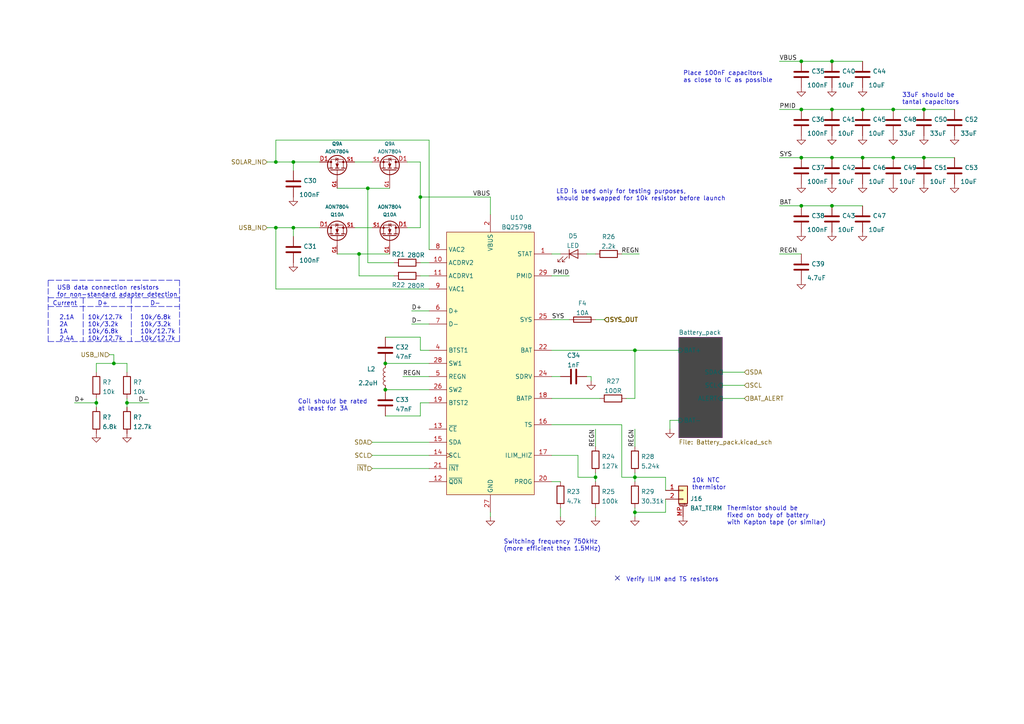
<source format=kicad_sch>
(kicad_sch (version 20210621) (generator eeschema)
  (paper "A4")
  (title_block (title "BUTCube - EPS") (date "2021-06-01") (rev "v1.0") (company "VUT - FIT(STRaDe) & FME(IAE & IPE)") (comment 1 "Author: Petr Malaník"))
  (lib_symbols
    (symbol "Connector_Generic_MountingPin:Conn_01x02_MountingPin" (pin_names (offset 1.016) hide)
      (property "Reference" "J" (at 0 2.54 0))
      (property "Value" "Conn_01x02_MountingPin" (at 1.27 -5.08 0))
      (symbol "Conn_01x02_MountingPin_1_1"
        (text "Mounting" (at 0 -4.191 0) (effects (font (size 0.381 0.381))))
        (rectangle (start -1.27 -2.413) (end 0 -2.667) (stroke (width 0.1524)))
        (rectangle (start -1.27 0.127) (end 0 -0.127) (stroke (width 0.1524)))
        (rectangle (start -1.27 1.27) (end 1.27 -3.81) (stroke (width 0.254)) (fill (type background)))
        (polyline (pts (xy -1.016 -4.572) (xy 1.016 -4.572)) (stroke (width 0.1524)))
        (pin passive line (at -5.08 0 0) (length 3.81) (name "Pin_1") (number "1"))
        (pin passive line (at -5.08 -2.54 0) (length 3.81) (name "Pin_2") (number "2"))
        (pin passive line (at 0 -7.62 90) (length 3.048) (name "MountPin") (number "MP"))
      )
    )
    (symbol "Device:C" (pin_numbers hide) (pin_names (offset 0.254))
      (property "Reference" "C" (at 0.635 2.54 0))
      (property "Value" "C" (at 0.635 -2.54 0))
      (symbol "C_0_1"
        (polyline (pts (xy -2.032 -0.762) (xy 2.032 -0.762)) (stroke (width 0.508)))
        (polyline (pts (xy -2.032 0.762) (xy 2.032 0.762)) (stroke (width 0.508)))
      )
      (symbol "C_1_1"
        (pin passive line (at 0 3.81 270) (length 2.794) (name "~") (number "1"))
        (pin passive line (at 0 -3.81 90) (length 2.794) (name "~") (number "2"))
      )
    )
    (symbol "Device:Fuse" (pin_numbers hide) (pin_names (offset 0))
      (property "Reference" "F" (at 2.032 0 90))
      (property "Value" "Fuse" (at -1.905 0 90))
      (symbol "Fuse_0_1"
        (rectangle (start -0.762 -2.54) (end 0.762 2.54) (stroke (width 0.254)))
        (polyline (pts (xy 0 2.54) (xy 0 -2.54)))
      )
      (symbol "Fuse_1_1"
        (pin passive line (at 0 3.81 270) (length 1.27) (name "~") (number "1"))
        (pin passive line (at 0 -3.81 90) (length 1.27) (name "~") (number "2"))
      )
    )
    (symbol "Device:L" (pin_numbers hide) (pin_names (offset 1.016) hide)
      (property "Reference" "L" (at -1.27 0 90))
      (property "Value" "L" (at 1.905 0 90))
      (symbol "L_0_1"
        (arc (start 0 -2.54) (end 0 -1.27) (radius (at 0 -1.905) (length 0.635) (angles -89.9 89.9)))
        (arc (start 0 -1.27) (end 0 0) (radius (at 0 -0.635) (length 0.635) (angles -89.9 89.9)))
        (arc (start 0 0) (end 0 1.27) (radius (at 0 0.635) (length 0.635) (angles -89.9 89.9)))
        (arc (start 0 1.27) (end 0 2.54) (radius (at 0 1.905) (length 0.635) (angles -89.9 89.9)))
      )
      (symbol "L_1_1"
        (pin passive line (at 0 3.81 270) (length 1.27) (name "1") (number "1"))
        (pin passive line (at 0 -3.81 90) (length 1.27) (name "2") (number "2"))
      )
    )
    (symbol "Device:LED" (pin_numbers hide) (pin_names (offset 1.016) hide)
      (property "Reference" "D" (at 0 2.54 0))
      (property "Value" "LED" (at 0 -2.54 0))
      (symbol "LED_0_1"
        (polyline (pts (xy -1.27 -1.27) (xy -1.27 1.27)) (stroke (width 0.2032)))
        (polyline (pts (xy -1.27 0) (xy 1.27 0)))
        (polyline (pts (xy 1.27 -1.27) (xy 1.27 1.27) (xy -1.27 0) (xy 1.27 -1.27)) (stroke (width 0.2032)))
        (polyline (pts (xy -3.048 -0.762) (xy -4.572 -2.286) (xy -3.81 -2.286) (xy -4.572 -2.286) (xy -4.572 -1.524)))
        (polyline (pts (xy -1.778 -0.762) (xy -3.302 -2.286) (xy -2.54 -2.286) (xy -3.302 -2.286) (xy -3.302 -1.524)))
      )
      (symbol "LED_1_1"
        (pin passive line (at -3.81 0 0) (length 2.54) (name "K") (number "1"))
        (pin passive line (at 3.81 0 180) (length 2.54) (name "A") (number "2"))
      )
    )
    (symbol "Device:R" (pin_numbers hide) (pin_names (offset 0))
      (property "Reference" "R" (at 2.032 0 90))
      (property "Value" "R" (at 0 0 90))
      (symbol "R_0_1"
        (rectangle (start -1.016 -2.54) (end 1.016 2.54) (stroke (width 0.254)))
      )
      (symbol "R_1_1"
        (pin passive line (at 0 3.81 270) (length 1.27) (name "~") (number "1"))
        (pin passive line (at 0 -3.81 90) (length 1.27) (name "~") (number "2"))
      )
    )
    (symbol "TCY_battery_management:BQ25798"
      (property "Reference" "U" (at 0 6.35 0))
      (property "Value" "BQ25798" (at 0 10.16 0))
      (symbol "BQ25798_0_1"
        (rectangle (start -12.7 38.1) (end 12.7 -38.1) (stroke (width 0.1524)) (fill (type background)))
      )
      (symbol "BQ25798_1_1"
        (pin output line (at 17.78 31.75 180) (length 5.08) (name "STAT") (number "1"))
        (pin output line (at -17.78 29.21 0) (length 5.08) (name "ACDRV2") (number "10"))
        (pin output line (at -17.78 25.4 0) (length 5.08) (name "ACDRV1") (number "11"))
        (pin input line (at -17.78 -34.29 0) (length 5.08) (name "~{QON}") (number "12"))
        (pin input line (at -17.78 -19.05 0) (length 5.08) (name "~{CE}") (number "13"))
        (pin input clock (at -17.78 -26.67 0) (length 5.08) (name "SCL") (number "14"))
        (pin bidirectional line (at -17.78 -22.86 0) (length 5.08) (name "SDA") (number "15"))
        (pin input line (at 17.78 -17.78 180) (length 5.08) (name "TS") (number "16"))
        (pin input line (at 17.78 -26.67 180) (length 5.08) (name "ILIM_HIZ") (number "17"))
        (pin power_in line (at 17.78 -10.16 180) (length 5.08) (name "BATP") (number "18"))
        (pin passive line (at -17.78 -11.43 0) (length 5.08) (name "BTST2") (number "19"))
        (pin power_in line (at 0 43.18 270) (length 5.08) (name "VBUS") (number "2"))
        (pin input line (at 17.78 -34.29 180) (length 5.08) (name "PROG") (number "20"))
        (pin output line (at -17.78 -30.48 0) (length 5.08) (name "~{INT}") (number "21"))
        (pin power_in line (at 17.78 3.81 180) (length 5.08) (name "BAT") (number "22"))
        (pin power_in line (at 17.78 3.81 180) (length 5.08) hide (name "BAT") (number "23"))
        (pin output line (at 17.78 -3.81 180) (length 5.08) (name "SDRV") (number "24"))
        (pin power_out line (at 17.78 12.7 180) (length 5.08) (name "SYS") (number "25"))
        (pin passive line (at -17.78 -7.62 0) (length 5.08) (name "SW2") (number "26"))
        (pin passive line (at 0 -43.18 90) (length 5.08) (name "GND") (number "27"))
        (pin passive line (at -17.78 0 0) (length 5.08) (name "SW1") (number "28"))
        (pin power_out line (at 17.78 25.4 180) (length 5.08) (name "PMID") (number "29"))
        (pin power_in line (at 0 43.18 270) (length 5.08) hide (name "VBUS") (number "3"))
        (pin passive line (at -17.78 3.81 0) (length 5.08) (name "BTST1") (number "4"))
        (pin passive line (at -17.78 -3.81 0) (length 5.08) (name "REGN") (number "5"))
        (pin bidirectional line (at -17.78 15.24 0) (length 5.08) (name "D+") (number "6"))
        (pin bidirectional line (at -17.78 11.43 0) (length 5.08) (name "D-") (number "7"))
        (pin power_in line (at -17.78 33.02 0) (length 5.08) (name "VAC2") (number "8"))
        (pin power_in line (at -17.78 21.59 0) (length 5.08) (name "VAC1") (number "9"))
      )
    )
    (symbol "TCY_transistors:AON7804" (pin_names hide)
      (property "Reference" "Q" (at 7.62 1.27 0))
      (property "Value" "AON7804" (at 7.62 -1.27 0))
      (symbol "AON7804_0_1"
        (circle (center 1.651 0) (radius 2.794) (stroke (width 0.254)))
        (circle (center 2.54 -1.778) (radius 0.254) (fill (type outline)))
        (circle (center 2.54 1.778) (radius 0.254) (fill (type outline)))
        (polyline (pts (xy 0.254 0) (xy -2.54 0)))
        (polyline (pts (xy 0.254 1.905) (xy 0.254 -1.905)) (stroke (width 0.254)))
        (polyline (pts (xy 0.762 -1.27) (xy 0.762 -2.286)) (stroke (width 0.254)))
        (polyline (pts (xy 0.762 0.508) (xy 0.762 -0.508)) (stroke (width 0.254)))
        (polyline (pts (xy 0.762 2.286) (xy 0.762 1.27)) (stroke (width 0.254)))
        (polyline (pts (xy 2.54 2.54) (xy 2.54 1.778)))
        (polyline (pts (xy 2.54 2.54) (xy 2.54 1.778)))
        (polyline (pts (xy 2.54 -2.54) (xy 2.54 0) (xy 0.762 0)))
        (polyline (pts (xy 0.762 -1.778) (xy 3.302 -1.778) (xy 3.302 1.778) (xy 0.762 1.778)))
        (polyline (pts (xy 2.794 0.508) (xy 2.921 0.381) (xy 3.683 0.381) (xy 3.81 0.254)))
        (polyline (pts (xy 3.302 0.381) (xy 2.921 -0.254) (xy 3.683 -0.254) (xy 3.302 0.381)))
        (polyline (pts (xy 1.016 0) (xy 2.032 0.381) (xy 2.032 -0.381) (xy 1.016 0)) (fill (type outline)))
      )
      (symbol "AON7804_1_1"
        (pin passive line (at 2.54 5.08 270) (length 2.54) (name "D2") (number "D1"))
        (pin passive line (at 2.54 5.08 270) (length 2.54) hide (name "D2") (number "D1"))
        (pin passive line (at -5.08 0 0) (length 2.54) (name "G1") (number "G1"))
        (pin passive line (at 2.54 -5.08 90) (length 2.54) (name "S") (number "S1"))
      )
      (symbol "AON7804_2_1"
        (pin passive line (at 2.54 5.08 270) (length 2.54) (name "D2") (number "D2"))
        (pin passive line (at 2.54 5.08 270) (length 2.54) hide (name "D2") (number "D2"))
        (pin passive line (at -5.08 0 0) (length 2.54) (name "G2") (number "G2"))
        (pin passive line (at 2.54 -5.08 90) (length 2.54) (name "S2") (number "S2"))
      )
    )
    (symbol "power:GND" (power) (pin_names (offset 0))
      (property "Value" "GND" (at 0 -3.81 0))
      (symbol "GND_0_1"
        (polyline (pts (xy 0 0) (xy 0 -1.27) (xy 1.27 -1.27) (xy 0 -2.54) (xy -1.27 -1.27) (xy 0 -1.27)))
      )
      (symbol "GND_1_1"
        (pin power_in line (at 0 0 270) (length 0) hide (name "GND") (number "1"))
      )
    )
  )
  (junction (at 27.94 116.84) (diameter 0.9144))
  (junction (at 33.02 105.41) (diameter 0.9144))
  (junction (at 36.83 116.84) (diameter 0.9144))
  (junction (at 80.01 46.99) (diameter 0.9144))
  (junction (at 80.01 66.04) (diameter 0.9144))
  (junction (at 85.09 46.99) (diameter 0.9144))
  (junction (at 85.09 66.04) (diameter 0.9144))
  (junction (at 104.14 73.66) (diameter 0.9144))
  (junction (at 106.68 54.61) (diameter 0.9144))
  (junction (at 111.76 105.41) (diameter 0.9144))
  (junction (at 111.76 113.03) (diameter 0.9144))
  (junction (at 121.92 57.15) (diameter 0.9144))
  (junction (at 172.72 138.43) (diameter 0.9144))
  (junction (at 184.15 101.6) (diameter 0.9144))
  (junction (at 184.15 138.43) (diameter 0.9144))
  (junction (at 184.15 148.59) (diameter 0.9144))
  (junction (at 232.41 17.78) (diameter 0.9144))
  (junction (at 232.41 31.75) (diameter 0.9144))
  (junction (at 232.41 45.72) (diameter 0.9144))
  (junction (at 232.41 59.69) (diameter 0.9144))
  (junction (at 241.3 17.78) (diameter 0.9144))
  (junction (at 241.3 31.75) (diameter 0.9144))
  (junction (at 241.3 45.72) (diameter 0.9144))
  (junction (at 241.3 59.69) (diameter 0.9144))
  (junction (at 250.19 31.75) (diameter 0.9144))
  (junction (at 250.19 45.72) (diameter 0.9144))
  (junction (at 259.08 31.75) (diameter 0.9144))
  (junction (at 259.08 45.72) (diameter 0.9144))
  (junction (at 267.97 31.75) (diameter 0.9144))
  (junction (at 267.97 45.72) (diameter 0.9144))
  (no_connect (at 179.07 167.64))
  (wire (pts (xy 21.59 116.84) (xy 27.94 116.84)))
  (wire (pts (xy 27.94 105.41) (xy 27.94 107.95)))
  (wire (pts (xy 27.94 115.57) (xy 27.94 116.84)))
  (wire (pts (xy 27.94 116.84) (xy 27.94 118.11)))
  (wire (pts (xy 31.75 102.87) (xy 33.02 102.87)))
  (wire (pts (xy 33.02 102.87) (xy 33.02 105.41)))
  (wire (pts (xy 33.02 105.41) (xy 27.94 105.41)))
  (wire (pts (xy 33.02 105.41) (xy 36.83 105.41)))
  (wire (pts (xy 36.83 105.41) (xy 36.83 107.95)))
  (wire (pts (xy 36.83 115.57) (xy 36.83 116.84)))
  (wire (pts (xy 36.83 116.84) (xy 36.83 118.11)))
  (wire (pts (xy 36.83 116.84) (xy 43.18 116.84)))
  (wire (pts (xy 77.47 46.99) (xy 80.01 46.99)))
  (wire (pts (xy 77.47 66.04) (xy 80.01 66.04)))
  (wire (pts (xy 80.01 40.64) (xy 80.01 46.99)))
  (wire (pts (xy 80.01 40.64) (xy 124.46 40.64)))
  (wire (pts (xy 80.01 46.99) (xy 85.09 46.99)))
  (wire (pts (xy 80.01 66.04) (xy 80.01 83.82)))
  (wire (pts (xy 80.01 66.04) (xy 85.09 66.04)))
  (wire (pts (xy 85.09 46.99) (xy 85.09 49.53)))
  (wire (pts (xy 85.09 46.99) (xy 92.71 46.99)))
  (wire (pts (xy 85.09 66.04) (xy 85.09 68.58)))
  (wire (pts (xy 85.09 66.04) (xy 92.71 66.04)))
  (wire (pts (xy 97.79 54.61) (xy 106.68 54.61)))
  (wire (pts (xy 97.79 73.66) (xy 104.14 73.66)))
  (wire (pts (xy 102.87 46.99) (xy 107.95 46.99)))
  (wire (pts (xy 102.87 66.04) (xy 107.95 66.04)))
  (wire (pts (xy 104.14 73.66) (xy 104.14 80.01)))
  (wire (pts (xy 104.14 73.66) (xy 113.03 73.66)))
  (wire (pts (xy 104.14 80.01) (xy 114.3 80.01)))
  (wire (pts (xy 106.68 54.61) (xy 106.68 76.2)))
  (wire (pts (xy 106.68 54.61) (xy 113.03 54.61)))
  (wire (pts (xy 106.68 76.2) (xy 114.3 76.2)))
  (wire (pts (xy 107.95 128.27) (xy 124.46 128.27)))
  (wire (pts (xy 107.95 132.08) (xy 124.46 132.08)))
  (wire (pts (xy 107.95 135.89) (xy 124.46 135.89)))
  (wire (pts (xy 111.76 97.79) (xy 121.92 97.79)))
  (wire (pts (xy 111.76 105.41) (xy 124.46 105.41)))
  (wire (pts (xy 111.76 113.03) (xy 124.46 113.03)))
  (wire (pts (xy 111.76 120.65) (xy 121.92 120.65)))
  (wire (pts (xy 116.84 109.22) (xy 124.46 109.22)))
  (wire (pts (xy 118.11 46.99) (xy 121.92 46.99)))
  (wire (pts (xy 118.11 66.04) (xy 121.92 66.04)))
  (wire (pts (xy 119.38 90.17) (xy 124.46 90.17)))
  (wire (pts (xy 119.38 93.98) (xy 124.46 93.98)))
  (wire (pts (xy 121.92 46.99) (xy 121.92 57.15)))
  (wire (pts (xy 121.92 57.15) (xy 142.24 57.15)))
  (wire (pts (xy 121.92 66.04) (xy 121.92 57.15)))
  (wire (pts (xy 121.92 76.2) (xy 124.46 76.2)))
  (wire (pts (xy 121.92 80.01) (xy 124.46 80.01)))
  (wire (pts (xy 121.92 101.6) (xy 121.92 97.79)))
  (wire (pts (xy 121.92 116.84) (xy 121.92 120.65)))
  (wire (pts (xy 124.46 40.64) (xy 124.46 72.39)))
  (wire (pts (xy 124.46 83.82) (xy 80.01 83.82)))
  (wire (pts (xy 124.46 101.6) (xy 121.92 101.6)))
  (wire (pts (xy 124.46 116.84) (xy 121.92 116.84)))
  (wire (pts (xy 142.24 57.15) (xy 142.24 62.23)))
  (wire (pts (xy 142.24 148.59) (xy 142.24 149.86)))
  (wire (pts (xy 160.02 73.66) (xy 162.56 73.66)))
  (wire (pts (xy 160.02 80.01) (xy 165.1 80.01)))
  (wire (pts (xy 160.02 92.71) (xy 165.1 92.71)))
  (wire (pts (xy 160.02 101.6) (xy 184.15 101.6)))
  (wire (pts (xy 160.02 109.22) (xy 162.56 109.22)))
  (wire (pts (xy 160.02 115.57) (xy 173.99 115.57)))
  (wire (pts (xy 160.02 123.19) (xy 180.34 123.19)))
  (wire (pts (xy 160.02 139.7) (xy 162.56 139.7)))
  (wire (pts (xy 162.56 147.32) (xy 162.56 149.86)))
  (wire (pts (xy 167.64 132.08) (xy 160.02 132.08)))
  (wire (pts (xy 167.64 138.43) (xy 167.64 132.08)))
  (wire (pts (xy 167.64 138.43) (xy 172.72 138.43)))
  (wire (pts (xy 170.18 73.66) (xy 172.72 73.66)))
  (wire (pts (xy 170.18 109.22) (xy 171.45 109.22)))
  (wire (pts (xy 171.45 109.22) (xy 171.45 110.49)))
  (wire (pts (xy 172.72 92.71) (xy 175.26 92.71)))
  (wire (pts (xy 172.72 124.46) (xy 172.72 129.54)))
  (wire (pts (xy 172.72 137.16) (xy 172.72 138.43)))
  (wire (pts (xy 172.72 138.43) (xy 172.72 139.7)))
  (wire (pts (xy 172.72 147.32) (xy 172.72 149.86)))
  (wire (pts (xy 180.34 73.66) (xy 185.42 73.66)))
  (wire (pts (xy 180.34 138.43) (xy 180.34 123.19)))
  (wire (pts (xy 181.61 115.57) (xy 184.15 115.57)))
  (wire (pts (xy 184.15 101.6) (xy 196.85 101.6)))
  (wire (pts (xy 184.15 115.57) (xy 184.15 101.6)))
  (wire (pts (xy 184.15 124.46) (xy 184.15 129.54)))
  (wire (pts (xy 184.15 137.16) (xy 184.15 138.43)))
  (wire (pts (xy 184.15 138.43) (xy 180.34 138.43)))
  (wire (pts (xy 184.15 138.43) (xy 184.15 139.7)))
  (wire (pts (xy 184.15 138.43) (xy 193.04 138.43)))
  (wire (pts (xy 184.15 147.32) (xy 184.15 148.59)))
  (wire (pts (xy 184.15 148.59) (xy 184.15 149.86)))
  (wire (pts (xy 184.15 148.59) (xy 193.04 148.59)))
  (wire (pts (xy 193.04 142.24) (xy 193.04 138.43)))
  (wire (pts (xy 193.04 144.78) (xy 193.04 148.59)))
  (wire (pts (xy 194.31 121.92) (xy 194.31 124.46)))
  (wire (pts (xy 196.85 121.92) (xy 194.31 121.92)))
  (wire (pts (xy 209.55 107.95) (xy 215.9 107.95)))
  (wire (pts (xy 209.55 111.76) (xy 215.9 111.76)))
  (wire (pts (xy 209.55 115.57) (xy 215.9 115.57)))
  (wire (pts (xy 226.06 17.78) (xy 232.41 17.78)))
  (wire (pts (xy 226.06 31.75) (xy 232.41 31.75)))
  (wire (pts (xy 226.06 45.72) (xy 232.41 45.72)))
  (wire (pts (xy 226.06 59.69) (xy 232.41 59.69)))
  (wire (pts (xy 226.06 73.66) (xy 232.41 73.66)))
  (wire (pts (xy 232.41 17.78) (xy 241.3 17.78)))
  (wire (pts (xy 232.41 31.75) (xy 241.3 31.75)))
  (wire (pts (xy 232.41 45.72) (xy 241.3 45.72)))
  (wire (pts (xy 232.41 59.69) (xy 241.3 59.69)))
  (wire (pts (xy 241.3 17.78) (xy 250.19 17.78)))
  (wire (pts (xy 241.3 31.75) (xy 250.19 31.75)))
  (wire (pts (xy 241.3 45.72) (xy 250.19 45.72)))
  (wire (pts (xy 241.3 59.69) (xy 250.19 59.69)))
  (wire (pts (xy 250.19 31.75) (xy 259.08 31.75)))
  (wire (pts (xy 250.19 45.72) (xy 259.08 45.72)))
  (wire (pts (xy 259.08 31.75) (xy 267.97 31.75)))
  (wire (pts (xy 259.08 45.72) (xy 267.97 45.72)))
  (wire (pts (xy 267.97 31.75) (xy 276.86 31.75)))
  (wire (pts (xy 267.97 45.72) (xy 276.86 45.72)))
  (polyline (pts (xy 13.97 81.28) (xy 52.07 81.28)) (stroke (width 0) (type dash)))
  (polyline (pts (xy 13.97 86.36) (xy 52.07 86.36)) (stroke (width 0) (type dash)))
  (polyline (pts (xy 13.97 88.9) (xy 52.07 88.9)) (stroke (width 0) (type dash)))
  (polyline (pts (xy 13.97 99.06) (xy 13.97 81.28)) (stroke (width 0) (type dash)))
  (polyline (pts (xy 13.97 99.06) (xy 52.07 99.06)) (stroke (width 0) (type dash)))
  (polyline (pts (xy 24.13 86.36) (xy 24.13 99.06)) (stroke (width 0) (type dash)))
  (polyline (pts (xy 38.1 86.36) (xy 38.1 99.06)) (stroke (width 0) (type dash)))
  (polyline (pts (xy 52.07 81.28) (xy 52.07 99.06)) (stroke (width 0) (type dash)))
  (text "Current\n\n  2.1A\n  2A\n  1A\n  2.4A" (at 15.24 99.06 0) (effects (font (size 1.27 1.27)) (justify left bottom)))
  (text "USB data connection resistors\nfor non-standard adapter detection" (at 16.51 86.36 0) (effects (font (size 1.27 1.27)) (justify left bottom)))
  (text "   D+\n\n10k/12.7k\n10k/3.2k\n10k/6.8k\n10k/12.7k" (at 25.4 99.06 0) (effects (font (size 1.27 1.27)) (justify left bottom)))
  (text "   D-\n\n10k/6.8k\n10k/3.2k\n10k/12.7k\n10k/12.7k" (at 40.64 99.06 0) (effects (font (size 1.27 1.27)) (justify left bottom)))
  (text "Coil should be rated\nat least for 3A" (at 86.36 119.38 0) (effects (font (size 1.27 1.27)) (justify left bottom)))
  (text "Switching frequency 750kHz\n(more efficient then 1.5MHz)" (at 146.05 160.02 0) (effects (font (size 1.27 1.27)) (justify left bottom)))
  (text "LED is used only for testing purposes,\nshould be swapped for 10k resistor before launch" (at 161.29 58.42 0) (effects (font (size 1.27 1.27)) (justify left bottom)))
  (text "Verify ILIM and TS resistors\n" (at 181.61 168.91 0) (effects (font (size 1.27 1.27)) (justify left bottom)))
  (text "Place 100nF capacitors\nas close to IC as possible" (at 198.12 24.13 0) (effects (font (size 1.27 1.27)) (justify left bottom)))
  (text "10k NTC\nthermistor" (at 200.66 142.24 0) (effects (font (size 1.27 1.27)) (justify left bottom)))
  (text "Thermistor should be\nfixed on body of battery\nwith Kapton tape (or similar)" (at 210.82 152.4 0) (effects (font (size 1.27 1.27)) (justify left bottom)))
  (text "33uF should be\ntantal capacitors" (at 261.62 30.48 0) (effects (font (size 1.27 1.27)) (justify left bottom)))
  (label "D+" (at 21.59 116.84 0))
  (label "D-" (at 43.18 116.84 180))
  (label "REGN" (at 116.84 109.22 0))
  (label "D+" (at 119.38 90.17 0))
  (label "D-" (at 119.38 93.98 0))
  (label "VBUS" (at 142.24 57.15 180))
  (label "SYS" (at 160.02 92.71 0))
  (label "PMID" (at 165.1 80.01 180))
  (label "REGN" (at 172.72 124.46 270))
  (label "REGN" (at 184.15 124.46 270))
  (label "REGN" (at 185.42 73.66 180))
  (label "VBUS" (at 226.06 17.78 0))
  (label "PMID" (at 226.06 31.75 0))
  (label "SYS" (at 226.06 45.72 0))
  (label "BAT" (at 226.06 59.69 0))
  (label "REGN" (at 226.06 73.66 0))
  (hierarchical_label "USB_IN" (shape input) (at 31.75 102.87 180))
  (hierarchical_label "SOLAR_IN" (shape input) (at 77.47 46.99 180))
  (hierarchical_label "USB_IN" (shape input) (at 77.47 66.04 180))
  (hierarchical_label "SDA" (shape input) (at 107.95 128.27 180))
  (hierarchical_label "SCL" (shape input) (at 107.95 132.08 180))
  (hierarchical_label "~{INT}" (shape input) (at 107.95 135.89 180))
  (hierarchical_label "SYS_OUT" (shape input) (at 175.26 92.71 0) (effects (font (thickness 0.254))))
  (hierarchical_label "SDA" (shape input) (at 215.9 107.95 0))
  (hierarchical_label "SCL" (shape input) (at 215.9 111.76 0))
  (hierarchical_label "BAT_ALERT" (shape input) (at 215.9 115.57 0))
  (symbol (lib_id "power:GND") (at 27.94 125.73 0)
    (property "Reference" "#PWR?" (effects hide))
    (property "Value" "GND" (effects hide))
  )
  (symbol (lib_id "power:GND") (at 36.83 125.73 0)
    (property "Reference" "#PWR?" (effects hide))
    (property "Value" "GND" (effects hide))
  )
  (symbol (lib_id "power:GND") (at 85.09 57.15 0)
    (property "Reference" "#PWR072" (effects hide))
    (property "Value" "GND" (effects hide))
  )
  (symbol (lib_id "power:GND") (at 85.09 76.2 0)
    (property "Reference" "#PWR073" (effects hide))
    (property "Value" "GND" (effects hide))
  )
  (symbol (lib_id "power:GND") (at 142.24 149.86 0)
    (property "Reference" "#PWR074" (effects hide))
    (property "Value" "GND" (effects hide))
  )
  (symbol (lib_id "power:GND") (at 162.56 149.86 0)
    (property "Reference" "#PWR075" (effects hide))
    (property "Value" "GND" (effects hide))
  )
  (symbol (lib_id "power:GND") (at 171.45 110.49 0)
    (property "Reference" "#PWR076" (effects hide))
    (property "Value" "GND" (effects hide))
  )
  (symbol (lib_id "power:GND") (at 172.72 149.86 0)
    (property "Reference" "#PWR077" (effects hide))
    (property "Value" "GND" (effects hide))
  )
  (symbol (lib_id "power:GND") (at 184.15 149.86 0)
    (property "Reference" "#PWR078" (effects hide))
    (property "Value" "GND" (effects hide))
  )
  (symbol (lib_id "power:GND") (at 194.31 124.46 0)
    (property "Reference" "#PWR079" (effects hide))
    (property "Value" "GND" (effects hide))
  )
  (symbol (lib_id "power:GND") (at 198.12 149.86 0)
    (property "Reference" "#PWR080" (effects hide))
    (property "Value" "GND" (effects hide))
  )
  (symbol (lib_id "power:GND") (at 232.41 25.4 0)
    (property "Reference" "#PWR081" (effects hide))
    (property "Value" "GND" (effects hide))
  )
  (symbol (lib_id "power:GND") (at 232.41 39.37 0)
    (property "Reference" "#PWR082" (effects hide))
    (property "Value" "GND" (effects hide))
  )
  (symbol (lib_id "power:GND") (at 232.41 53.34 0)
    (property "Reference" "#PWR083" (effects hide))
    (property "Value" "GND" (effects hide))
  )
  (symbol (lib_id "power:GND") (at 232.41 67.31 0)
    (property "Reference" "#PWR084" (effects hide))
    (property "Value" "GND" (effects hide))
  )
  (symbol (lib_id "power:GND") (at 232.41 81.28 0)
    (property "Reference" "#PWR085" (effects hide))
    (property "Value" "GND" (effects hide))
  )
  (symbol (lib_id "power:GND") (at 241.3 25.4 0)
    (property "Reference" "#PWR086" (effects hide))
    (property "Value" "GND" (effects hide))
  )
  (symbol (lib_id "power:GND") (at 241.3 39.37 0)
    (property "Reference" "#PWR087" (effects hide))
    (property "Value" "GND" (effects hide))
  )
  (symbol (lib_id "power:GND") (at 241.3 53.34 0)
    (property "Reference" "#PWR088" (effects hide))
    (property "Value" "GND" (effects hide))
  )
  (symbol (lib_id "power:GND") (at 241.3 67.31 0)
    (property "Reference" "#PWR089" (effects hide))
    (property "Value" "GND" (effects hide))
  )
  (symbol (lib_id "power:GND") (at 250.19 25.4 0)
    (property "Reference" "#PWR090" (effects hide))
    (property "Value" "GND" (effects hide))
  )
  (symbol (lib_id "power:GND") (at 250.19 39.37 0)
    (property "Reference" "#PWR091" (effects hide))
    (property "Value" "GND" (effects hide))
  )
  (symbol (lib_id "power:GND") (at 250.19 53.34 0)
    (property "Reference" "#PWR092" (effects hide))
    (property "Value" "GND" (effects hide))
  )
  (symbol (lib_id "power:GND") (at 250.19 67.31 0)
    (property "Reference" "#PWR093" (effects hide))
    (property "Value" "GND" (effects hide))
  )
  (symbol (lib_id "power:GND") (at 259.08 39.37 0)
    (property "Reference" "#PWR094" (effects hide))
    (property "Value" "GND" (effects hide))
  )
  (symbol (lib_id "power:GND") (at 259.08 53.34 0)
    (property "Reference" "#PWR095" (effects hide))
    (property "Value" "GND" (effects hide))
  )
  (symbol (lib_id "power:GND") (at 267.97 39.37 0)
    (property "Reference" "#PWR096" (effects hide))
    (property "Value" "GND" (effects hide))
  )
  (symbol (lib_id "power:GND") (at 267.97 53.34 0)
    (property "Reference" "#PWR097" (effects hide))
    (property "Value" "GND" (effects hide))
  )
  (symbol (lib_id "power:GND") (at 276.86 39.37 0)
    (property "Reference" "#PWR098" (effects hide))
    (property "Value" "GND" (effects hide))
  )
  (symbol (lib_id "power:GND") (at 276.86 53.34 0)
    (property "Reference" "#PWR099" (effects hide))
    (property "Value" "GND" (effects hide))
  )
  (symbol (lib_id "Device:L") (at 111.76 109.22 180)
    (property "Reference" "L2" (at 106.4261 107.0415 0) (effects (justify right)))
    (property "Value" "2.2uH" (at 103.8861 111.0866 0) (effects (justify right)))
  )
  (symbol (lib_id "Device:Fuse") (at 168.91 92.71 90)
    (property "Reference" "F4" (at 168.91 87.9814 90))
    (property "Value" "10A" (at 168.91 90.7565 90))
  )
  (symbol (lib_id "Device:R") (at 27.94 111.76 0)
    (property "Reference" "R?" (at 29.7181 110.8515 0) (effects (justify left)))
    (property "Value" "10k" (at 29.7181 113.6266 0) (effects (justify left)))
  )
  (symbol (lib_id "Device:R") (at 27.94 121.92 0)
    (property "Reference" "R?" (at 29.7181 121.0115 0) (effects (justify left)))
    (property "Value" "6.8k" (at 29.7181 123.7866 0) (effects (justify left)))
  )
  (symbol (lib_id "Device:R") (at 36.83 111.76 0)
    (property "Reference" "R?" (at 38.6081 110.8515 0) (effects (justify left)))
    (property "Value" "10k" (at 38.6081 113.6266 0) (effects (justify left)))
  )
  (symbol (lib_id "Device:R") (at 36.83 121.92 0)
    (property "Reference" "R?" (at 38.6081 121.0115 0) (effects (justify left)))
    (property "Value" "12.7k" (at 38.6081 123.7866 0) (effects (justify left)))
  )
  (symbol (lib_id "Device:R") (at 118.11 76.2 90)
    (property "Reference" "R21" (at 115.57 73.7574 90))
    (property "Value" "280R" (at 120.65 73.9925 90))
  )
  (symbol (lib_id "Device:R") (at 118.11 80.01 90)
    (property "Reference" "R22" (at 115.57 82.6474 90))
    (property "Value" "280R" (at 120.65 82.8825 90))
  )
  (symbol (lib_id "Device:R") (at 162.56 143.51 0)
    (property "Reference" "R23" (at 164.3381 142.6015 0) (effects (justify left)))
    (property "Value" "4.7k" (at 164.3381 145.3766 0) (effects (justify left)))
  )
  (symbol (lib_id "Device:R") (at 172.72 133.35 0)
    (property "Reference" "R24" (at 174.4981 132.4415 0) (effects (justify left)))
    (property "Value" "127k" (at 174.4981 135.2166 0) (effects (justify left)))
  )
  (symbol (lib_id "Device:R") (at 172.72 143.51 0)
    (property "Reference" "R25" (at 174.4981 142.6015 0) (effects (justify left)))
    (property "Value" "100k" (at 174.4981 145.3766 0) (effects (justify left)))
  )
  (symbol (lib_id "Device:R") (at 176.53 73.66 90)
    (property "Reference" "R26" (at 176.53 68.6774 90))
    (property "Value" "2.2k" (at 176.53 71.4525 90))
  )
  (symbol (lib_id "Device:R") (at 177.8 115.57 90)
    (property "Reference" "R27" (at 177.8 110.5874 90))
    (property "Value" "100R" (at 177.8 113.3625 90))
  )
  (symbol (lib_id "Device:R") (at 184.15 133.35 0)
    (property "Reference" "R28" (at 185.9281 132.4415 0) (effects (justify left)))
    (property "Value" "5.24k" (at 185.9281 135.2166 0) (effects (justify left)))
  )
  (symbol (lib_id "Device:R") (at 184.15 143.51 0)
    (property "Reference" "R29" (at 185.9281 142.6015 0) (effects (justify left)))
    (property "Value" "30.31k" (at 185.9281 145.3766 0) (effects (justify left)))
  )
  (symbol (lib_id "Device:LED") (at 166.37 73.66 0)
    (property "Reference" "D5" (at 166.1795 68.4488 0))
    (property "Value" "LED" (at 166.1795 71.2239 0))
  )
  (symbol (lib_id "Device:C") (at 85.09 53.34 0)
    (property "Reference" "C30" (at 88.0111 52.4315 0) (effects (justify left)))
    (property "Value" "100nF" (at 86.7411 56.4766 0) (effects (justify left)))
  )
  (symbol (lib_id "Device:C") (at 85.09 72.39 0)
    (property "Reference" "C31" (at 88.0111 71.4815 0) (effects (justify left)))
    (property "Value" "100nF" (at 86.7411 75.5266 0) (effects (justify left)))
  )
  (symbol (lib_id "Device:C") (at 111.76 101.6 0)
    (property "Reference" "C32" (at 114.6811 100.6915 0) (effects (justify left)))
    (property "Value" "47nF" (at 114.6811 103.4666 0) (effects (justify left)))
  )
  (symbol (lib_id "Device:C") (at 111.76 116.84 0)
    (property "Reference" "C33" (at 114.6811 115.9315 0) (effects (justify left)))
    (property "Value" "47nF" (at 114.6811 118.7066 0) (effects (justify left)))
  )
  (symbol (lib_id "Device:C") (at 166.37 109.22 90)
    (property "Reference" "C34" (at 166.37 103.0944 90))
    (property "Value" "1nF" (at 166.37 105.8695 90))
  )
  (symbol (lib_id "Device:C") (at 232.41 21.59 0)
    (property "Reference" "C35" (at 235.3311 20.6815 0) (effects (justify left)))
    (property "Value" "100nF" (at 234.0611 24.7266 0) (effects (justify left)))
  )
  (symbol (lib_id "Device:C") (at 232.41 35.56 0)
    (property "Reference" "C36" (at 235.3311 34.6515 0) (effects (justify left)))
    (property "Value" "100nF" (at 234.0611 38.6966 0) (effects (justify left)))
  )
  (symbol (lib_id "Device:C") (at 232.41 49.53 0)
    (property "Reference" "C37" (at 235.3311 48.6215 0) (effects (justify left)))
    (property "Value" "100nF" (at 234.0611 52.6666 0) (effects (justify left)))
  )
  (symbol (lib_id "Device:C") (at 232.41 63.5 0)
    (property "Reference" "C38" (at 235.3311 62.5915 0) (effects (justify left)))
    (property "Value" "100nF" (at 234.0611 66.6366 0) (effects (justify left)))
  )
  (symbol (lib_id "Device:C") (at 232.41 77.47 0)
    (property "Reference" "C39" (at 235.3311 76.5615 0) (effects (justify left)))
    (property "Value" "4.7uF" (at 234.0611 80.6066 0) (effects (justify left)))
  )
  (symbol (lib_id "Device:C") (at 241.3 21.59 0)
    (property "Reference" "C40" (at 244.2211 20.6815 0) (effects (justify left)))
    (property "Value" "10uF" (at 242.9511 24.7266 0) (effects (justify left)))
  )
  (symbol (lib_id "Device:C") (at 241.3 35.56 0)
    (property "Reference" "C41" (at 244.2211 34.6515 0) (effects (justify left)))
    (property "Value" "10uF" (at 242.9511 38.6966 0) (effects (justify left)))
  )
  (symbol (lib_id "Device:C") (at 241.3 49.53 0)
    (property "Reference" "C42" (at 244.2211 48.6215 0) (effects (justify left)))
    (property "Value" "10uF" (at 242.9511 52.6666 0) (effects (justify left)))
  )
  (symbol (lib_id "Device:C") (at 241.3 63.5 0)
    (property "Reference" "C43" (at 244.2211 62.5915 0) (effects (justify left)))
    (property "Value" "10uF" (at 242.9511 66.6366 0) (effects (justify left)))
  )
  (symbol (lib_id "Device:C") (at 250.19 21.59 0)
    (property "Reference" "C44" (at 253.1111 20.6815 0) (effects (justify left)))
    (property "Value" "10uF" (at 251.8411 24.7266 0) (effects (justify left)))
  )
  (symbol (lib_id "Device:C") (at 250.19 35.56 0)
    (property "Reference" "C45" (at 253.1111 34.6515 0) (effects (justify left)))
    (property "Value" "10uF" (at 251.8411 38.6966 0) (effects (justify left)))
  )
  (symbol (lib_id "Device:C") (at 250.19 49.53 0)
    (property "Reference" "C46" (at 253.1111 48.6215 0) (effects (justify left)))
    (property "Value" "10uF" (at 251.8411 52.6666 0) (effects (justify left)))
  )
  (symbol (lib_id "Device:C") (at 250.19 63.5 0)
    (property "Reference" "C47" (at 253.1111 62.5915 0) (effects (justify left)))
    (property "Value" "10uF" (at 251.8411 66.6366 0) (effects (justify left)))
  )
  (symbol (lib_id "Device:C") (at 259.08 35.56 0)
    (property "Reference" "C48" (at 262.0011 34.6515 0) (effects (justify left)))
    (property "Value" "33uF" (at 260.7311 38.6966 0) (effects (justify left)))
  )
  (symbol (lib_id "Device:C") (at 259.08 49.53 0)
    (property "Reference" "C49" (at 262.0011 48.6215 0) (effects (justify left)))
    (property "Value" "10uF" (at 260.7311 52.6666 0) (effects (justify left)))
  )
  (symbol (lib_id "Device:C") (at 267.97 35.56 0)
    (property "Reference" "C50" (at 270.8911 34.6515 0) (effects (justify left)))
    (property "Value" "33uF" (at 269.6211 38.6966 0) (effects (justify left)))
  )
  (symbol (lib_id "Device:C") (at 267.97 49.53 0)
    (property "Reference" "C51" (at 270.8911 48.6215 0) (effects (justify left)))
    (property "Value" "10uF" (at 269.6211 52.6666 0) (effects (justify left)))
  )
  (symbol (lib_id "Device:C") (at 276.86 35.56 0)
    (property "Reference" "C52" (at 279.7811 34.6515 0) (effects (justify left)))
    (property "Value" "33uF" (at 278.5111 38.6966 0) (effects (justify left)))
  )
  (symbol (lib_id "Device:C") (at 276.86 49.53 0)
    (property "Reference" "C53" (at 279.7811 48.6215 0) (effects (justify left)))
    (property "Value" "10uF" (at 278.5111 52.6666 0) (effects (justify left)))
  )
  (symbol (lib_id "Connector_Generic_MountingPin:Conn_01x02_MountingPin") (at 198.12 142.24 0)
    (property "Reference" "J16" (at 200.1521 144.6335 0) (effects (justify left)))
    (property "Value" "BAT_TERM" (at 200.1521 147.4086 0) (effects (justify left)))
  )
  (symbol (lib_id "TCY_transistors:AON7804") (at 97.79 49.53 90)
    (property "Reference" "Q9" (at 97.79 41.7188 90) (effects (font (size 1 1))))
    (property "Value" "AON7804" (at 97.79 43.9578 90) (effects (font (size 1 1))))
    (property "Footprint" "TCY_IC:DFN-8-2EP_3x3mm_P0.65mm_EP2.0x1.2mm" (effects hide))
    (property "Datasheet" "https://www.tme.eu/Document/fa3f2aaa37eaef20cf8bb0832a66190d/YJQ3400A.pdf" (effects hide))
  )
  (symbol (lib_id "TCY_transistors:AON7804") (at 97.79 68.58 90)
    (property "Reference" "Q10" (at 97.79 62.2534 90) (effects (font (size 1 1))))
    (property "Value" "AON7804" (at 97.79 60.0144 90) (effects (font (size 1 1))))
    (property "Footprint" "TCY_IC:DFN-8-2EP_3x3mm_P0.65mm_EP2.0x1.2mm" (effects hide))
    (property "Datasheet" "https://www.tme.eu/Document/fa3f2aaa37eaef20cf8bb0832a66190d/YJQ3400A.pdf" (effects hide))
  )
  (symbol (lib_id "TCY_transistors:AON7804") (at 113.03 49.53 270) (mirror x)
    (property "Reference" "Q9" (at 113.03 41.7188 90) (effects (font (size 1 1))))
    (property "Value" "AON7804" (at 113.03 43.9578 90) (effects (font (size 1 1))))
    (property "Footprint" "TCY_IC:DFN-8-2EP_3x3mm_P0.65mm_EP2.0x1.2mm" (effects hide))
    (property "Datasheet" "https://www.tme.eu/Document/fa3f2aaa37eaef20cf8bb0832a66190d/YJQ3400A.pdf" (effects hide))
  )
  (symbol (lib_id "TCY_transistors:AON7804") (at 113.03 68.58 270) (mirror x)
    (property "Reference" "Q10" (at 113.03 62.2534 90) (effects (font (size 1 1))))
    (property "Value" "AON7804" (at 113.03 60.0144 90) (effects (font (size 1 1))))
    (property "Footprint" "TCY_IC:DFN-8-2EP_3x3mm_P0.65mm_EP2.0x1.2mm" (effects hide))
    (property "Datasheet" "https://www.tme.eu/Document/fa3f2aaa37eaef20cf8bb0832a66190d/YJQ3400A.pdf" (effects hide))
  )
  (symbol (lib_id "TCY_battery_management:BQ25798") (at 142.24 105.41 0)
    (property "Reference" "U10" (at 149.86 63.0894 0))
    (property "Value" "BQ25798" (at 149.86 65.8645 0))
    (property "Footprint" "TCY_IC:VQFN-HR_29(34)_4x4mm_P0.4mm" (effects hide))
    (property "Datasheet" "https://www.ti.com/lit/ds/symlink/bq25798.pdf?ts=1625073754336" (effects hide))
  )
  (sheet (at 196.85 97.79) (size 12.7 29.21) (stroke (width 0.001) (color 132 0 132 1)) (fill (color 72 72 72 1.0000))
    (property "Sheet name" "Battery_pack" (at 196.85 97.1543 0) (effects (justify left bottom)))
    (property "Sheet file" "Battery_pack.kicad_sch" (at 196.85 127.5087 0) (effects (justify left top)))
    (pin "SDA" input (at 209.55 107.95 0))
    (pin "SCL" input (at 209.55 111.76 0))
    (pin "ALERT" input (at 209.55 115.57 0))
    (pin "BAT+" input (at 196.85 101.6 180))
    (pin "BAT-" input (at 196.85 121.92 180))
  )
)
</source>
